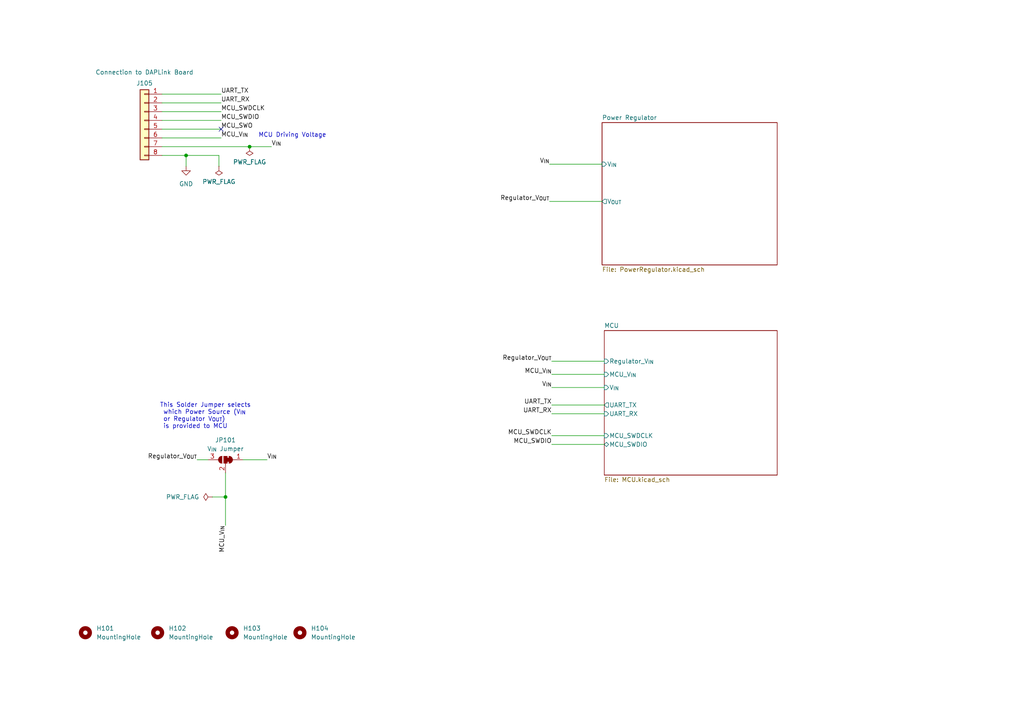
<source format=kicad_sch>
(kicad_sch (version 20230121) (generator eeschema)
  (paper "A4")
  (lib_symbols
    (symbol "Connector_Generic:Conn_01x08" (pin_names (offset 1.016) hide)
      (property "Reference" "J" (at 0 10.16 0))
      (property "Value" "Conn_01x08" (at 0 -12.7 0))
      (symbol "Conn_01x08_1_1"
        (rectangle (start -1.27 -10.033) (end 0 -10.287) (stroke (width 0.1524)))
        (rectangle (start -1.27 -7.493) (end 0 -7.747) (stroke (width 0.1524)))
        (rectangle (start -1.27 -4.953) (end 0 -5.207) (stroke (width 0.1524)))
        (rectangle (start -1.27 -2.413) (end 0 -2.667) (stroke (width 0.1524)))
        (rectangle (start -1.27 0.127) (end 0 -0.127) (stroke (width 0.1524)))
        (rectangle (start -1.27 2.667) (end 0 2.413) (stroke (width 0.1524)))
        (rectangle (start -1.27 5.207) (end 0 4.953) (stroke (width 0.1524)))
        (rectangle (start -1.27 7.747) (end 0 7.493) (stroke (width 0.1524)))
        (rectangle (start -1.27 8.89) (end 1.27 -11.43) (stroke (width 0.254)) (fill (type background)))
        (pin passive line (at -5.08 7.62 0) (length 3.81) (name "Pin_1") (number "1"))
        (pin passive line (at -5.08 5.08 0) (length 3.81) (name "Pin_2") (number "2"))
        (pin passive line (at -5.08 2.54 0) (length 3.81) (name "Pin_3") (number "3"))
        (pin passive line (at -5.08 0 0) (length 3.81) (name "Pin_4") (number "4"))
        (pin passive line (at -5.08 -2.54 0) (length 3.81) (name "Pin_5") (number "5"))
        (pin passive line (at -5.08 -5.08 0) (length 3.81) (name "Pin_6") (number "6"))
        (pin passive line (at -5.08 -7.62 0) (length 3.81) (name "Pin_7") (number "7"))
        (pin passive line (at -5.08 -10.16 0) (length 3.81) (name "Pin_8") (number "8"))
      )
    )
    (symbol "Jumper:SolderJumper_3_Bridged12" (pin_names (offset 0) hide)
      (property "Reference" "JP" (at -2.54 -2.54 0))
      (property "Value" "SolderJumper_3_Bridged12" (at 0 2.794 0))
      (symbol "SolderJumper_3_Bridged12_0_1"
        (rectangle (start -1.016 0.508) (end -0.508 -0.508) (fill (type outline)))
        (arc (start -1.016 1.016) (mid -2.0276 0) (end -1.016 -1.016))
        (arc (start -1.016 1.016) (mid -2.0276 0) (end -1.016 -1.016) (fill (type outline)))
        (rectangle (start -0.508 1.016) (end 0.508 -1.016) (fill (type outline)))
        (polyline (pts (xy -2.54 0) (xy -2.032 0)))
        (polyline (pts (xy -1.016 1.016) (xy -1.016 -1.016)))
        (polyline (pts (xy 0 -1.27) (xy 0 -1.016)))
        (polyline (pts (xy 1.016 1.016) (xy 1.016 -1.016)))
        (polyline (pts (xy 2.54 0) (xy 2.032 0)))
        (arc (start 1.016 -1.016) (mid 2.0276 0) (end 1.016 1.016))
        (arc (start 1.016 -1.016) (mid 2.0276 0) (end 1.016 1.016) (fill (type outline)))
      )
      (symbol "SolderJumper_3_Bridged12_1_1"
        (pin passive line (at -5.08 0 0) (length 2.54) (name "A") (number "1"))
        (pin passive line (at 0 -3.81 90) (length 2.54) (name "C") (number "2"))
        (pin passive line (at 5.08 0 180) (length 2.54) (name "B") (number "3"))
      )
    )
    (symbol "Mechanical:MountingHole" (pin_names (offset 1.016))
      (property "Reference" "H" (at 0 5.08 0))
      (property "Value" "MountingHole" (at 0 3.175 0))
      (symbol "MountingHole_0_1"
        (circle (center 0 0) (radius 1.27) (stroke (width 1.27)))
      )
    )
    (symbol "power:GND" (power) (pin_names (offset 0))
      (property "Value" "GND" (at 0 -3.81 0))
      (symbol "GND_0_1"
        (polyline (pts (xy 0 0) (xy 0 -1.27) (xy 1.27 -1.27) (xy 0 -2.54) (xy -1.27 -1.27) (xy 0 -1.27)))
      )
      (symbol "GND_1_1"
        (pin power_in line (at 0 0 270) (length 0) hide (name "GND") (number "1"))
      )
    )
    (symbol "power:PWR_FLAG" (power) (pin_numbers hide) (pin_names (offset 0) hide)
      (property "Value" "PWR_FLAG" (at 0 3.81 0))
      (symbol "PWR_FLAG_0_0"
        (pin power_out line (at 0 0 90) (length 0) (name "pwr") (number "1"))
      )
      (symbol "PWR_FLAG_0_1"
        (polyline (pts (xy 0 0) (xy 0 1.27) (xy -1.016 1.905) (xy 0 2.54) (xy 1.016 1.905) (xy 0 1.27)))
      )
    )
  )
  (junction (at 72.39 42.545))
  (junction (at 65.405 144.145))
  (junction (at 53.975 45.085))
  (no_connect (at 64.135 37.465))
  (wire (pts (xy 63.5 45.085) (xy 63.5 48.26)))
  (wire (pts (xy 57.15 133.35) (xy 60.325 133.35)))
  (wire (pts (xy 46.99 40.005) (xy 64.135 40.005)))
  (wire (pts (xy 61.595 144.145) (xy 65.405 144.145)))
  (wire (pts (xy 160.02 104.775) (xy 175.26 104.775)))
  (wire (pts (xy 70.485 133.35) (xy 77.47 133.35)))
  (wire (pts (xy 53.975 45.085) (xy 53.975 48.26)))
  (wire (pts (xy 46.99 27.305) (xy 64.135 27.305)))
  (wire (pts (xy 175.26 128.905) (xy 160.02 128.905)))
  (wire (pts (xy 72.39 42.545) (xy 46.99 42.545)))
  (wire (pts (xy 53.975 45.085) (xy 63.5 45.085)))
  (wire (pts (xy 78.74 42.545) (xy 72.39 42.545)))
  (wire (pts (xy 175.26 126.365) (xy 160.02 126.365)))
  (wire (pts (xy 160.02 112.395) (xy 175.26 112.395)))
  (wire (pts (xy 160.02 108.585) (xy 175.26 108.585)))
  (wire (pts (xy 46.99 29.845) (xy 64.135 29.845)))
  (wire (pts (xy 159.385 47.625) (xy 174.625 47.625)))
  (wire (pts (xy 65.405 144.145) (xy 65.405 137.16)))
  (wire (pts (xy 46.99 32.385) (xy 64.135 32.385)))
  (wire (pts (xy 65.405 152.4) (xy 65.405 144.145)))
  (wire (pts (xy 46.99 34.925) (xy 64.135 34.925)))
  (wire (pts (xy 46.99 45.085) (xy 53.975 45.085)))
  (wire (pts (xy 175.26 117.475) (xy 160.02 117.475)))
  (wire (pts (xy 159.385 58.42) (xy 174.625 58.42)))
  (wire (pts (xy 175.26 120.015) (xy 160.02 120.015)))
  (wire (pts (xy 46.99 37.465) (xy 64.135 37.465)))
  (text "This Solder Jumper selects\n which Power Source (V_{IN}\n or Regulator V_{OUT})\n is provided to MCU" (at 46.355 124.46 0) (effects (font (size 1.27 1.27)) (justify left bottom)))
  (text "MCU Driving Voltage" (at 74.93 40.005 0) (effects (font (size 1.27 1.27)) (justify left bottom)))
  (label "MCU_V_{IN}" (at 64.135 40.005 0))
  (label "V_{IN}" (at 78.74 42.545 0))
  (label "MCU_SWO" (at 64.135 37.465 0))
  (label "MCU_SWDCLK" (at 160.02 126.365 180))
  (label "MCU_V_{IN}" (at 65.405 152.4 270))
  (label "V_{IN}" (at 159.385 47.625 180))
  (label "MCU_V_{IN}" (at 160.02 108.585 180))
  (label "MCU_SWDIO" (at 64.135 34.925 0))
  (label "UART_RX" (at 160.02 120.015 180))
  (label "UART_RX" (at 64.135 29.845 0))
  (label "Regulator_V_{OUT}" (at 57.15 133.35 180))
  (label "V_{IN}" (at 160.02 112.395 180))
  (label "MCU_SWDCLK" (at 64.135 32.385 0))
  (label "UART_TX" (at 64.135 27.305 0))
  (label "Regulator_V_{OUT}" (at 159.385 58.42 180))
  (label "Regulator_V_{OUT}" (at 160.02 104.775 180))
  (label "MCU_SWDIO" (at 160.02 128.905 180))
  (label "UART_TX" (at 160.02 117.475 180))
  (label "V_{IN}" (at 77.47 133.35 0))
  (symbol (lib_id "Mechanical:MountingHole") (at 86.995 183.515 0) (unit 1) (in_bom no)
    (property "Reference" "H104" (at 90.17 182.245 0) (effects (justify left)))
    (property "Value" "MountingHole" (at 90.17 184.785 0) (effects (justify left)))
    (property "Footprint" "IotPi_ArduinoNanoMountingHoles:ArduinoNano_MountingHole" (effects hide))
  )
  (symbol (lib_id "Mechanical:MountingHole") (at 67.31 183.515 0) (unit 1) (in_bom no)
    (property "Reference" "H103" (at 70.485 182.245 0) (effects (justify left)))
    (property "Value" "MountingHole" (at 70.485 184.785 0) (effects (justify left)))
    (property "Footprint" "IotPi_ArduinoNanoMountingHoles:ArduinoNano_MountingHole" (effects hide))
  )
  (symbol (lib_id "Mechanical:MountingHole") (at 24.765 183.515 0) (unit 1) (in_bom no)
    (property "Reference" "H101" (at 27.94 182.245 0) (effects (justify left)))
    (property "Value" "MountingHole" (at 27.94 184.785 0) (effects (justify left)))
    (property "Footprint" "IotPi_ArduinoNanoMountingHoles:ArduinoNano_MountingHole" (effects hide))
  )
  (symbol (lib_id "power:PWR_FLAG") (at 63.5 48.26 180) (unit 1)
    (property "Reference" "#FLG0102" (effects hide))
    (property "Value" "PWR_FLAG" (at 63.5 52.705 0))
  )
  (symbol (lib_id "Jumper:SolderJumper_3_Bridged12") (at 65.405 133.35 0) (mirror y) (unit 1) (in_bom no)
    (property "Reference" "JP101" (at 65.405 127.635 0))
    (property "Value" "V_{IN} Jumper" (at 65.405 130.175 0))
    (property "Footprint" "Jumper:SolderJumper-3_P1.3mm_Bridged2Bar12_Pad1.0x1.5mm" (effects hide))
  )
  (symbol (lib_id "power:GND") (at 53.975 48.26 0) (unit 1)
    (property "Reference" "#PWR0103" (effects hide))
    (property "Value" "GND" (at 53.975 53.34 0))
  )
  (symbol (lib_id "Mechanical:MountingHole") (at 45.72 183.515 0) (unit 1) (in_bom no)
    (property "Reference" "H102" (at 48.895 182.245 0) (effects (justify left)))
    (property "Value" "MountingHole" (at 48.895 184.785 0) (effects (justify left)))
    (property "Footprint" "IotPi_ArduinoNanoMountingHoles:ArduinoNano_MountingHole" (effects hide))
  )
  (symbol (lib_id "power:PWR_FLAG") (at 61.595 144.145 90) (unit 1)
    (property "Reference" "#FLG0103" (effects hide))
    (property "Value" "PWR_FLAG" (at 57.785 144.145 90) (effects (justify left)))
  )
  (symbol (lib_id "Connector_Generic:Conn_01x08") (at 41.91 34.925 0) (mirror y) (unit 1)
    (property "Reference" "J105" (at 41.91 24.13 0))
    (property "Value" "Connection to DAPLink Board" (at 41.91 20.955 0))
    (property "Footprint" "Connector_PinHeader_1.27mm:PinHeader_1x08_P1.27mm_Vertical" (effects hide))
    (property "Description" "排数: 单排 总PIN位数: 8 总PIN位数: 8P 间距: 1.27mm 插针结构: 1x8P 行距: - 安装类型: 弯插 圆针/方针:" (effects hide))
    (property "LCSC" "C2938418" (effects hide))
    (property "Vendor" "kinghelm(金航标)" (effects hide))
    (property "Vendor Model" "KH-1.27PH90-1X8P-L10.5" (effects hide))
  )
  (symbol (lib_id "power:PWR_FLAG") (at 72.39 42.545 180) (unit 1)
    (property "Reference" "#FLG0101" (effects hide))
    (property "Value" "PWR_FLAG" (at 72.39 46.99 0))
  )
  (sheet (at 175.26 95.885) (size 50.165 41.91) (stroke (width 0.1524))
    (property "Sheetname" "MCU" (at 175.26 95.1734 0) (effects (justify left bottom)))
    (property "Sheetfile" "MCU.kicad_sch" (at 175.26 138.3796 0) (effects (justify left top)))
    (pin "UART_TX" output (at 175.26 117.475 180))
    (pin "UART_RX" input (at 175.26 120.015 180))
    (pin "MCU_SWDCLK" input (at 175.26 126.365 180))
    (pin "MCU_SWDIO" bidirectional (at 175.26 128.905 180))
    (pin "MCU_V_{IN}" input (at 175.26 108.585 180))
    (pin "V_{IN}" input (at 175.26 112.395 180))
    (pin "Regulator_V_{IN}" input (at 175.26 104.775 180))
  )
  (sheet (at 174.625 35.56) (size 50.8 41.275) (stroke (width 0.1524))
    (property "Sheetname" "Power Regulator" (at 174.625 34.8484 0) (effects (justify left bottom)))
    (property "Sheetfile" "PowerRegulator.kicad_sch" (at 174.625 77.4196 0) (effects (justify left top)))
    (pin "V_{OUT}" output (at 174.625 58.42 180))
    (pin "V_{IN}" input (at 174.625 47.625 180))
  )
)
</source>
